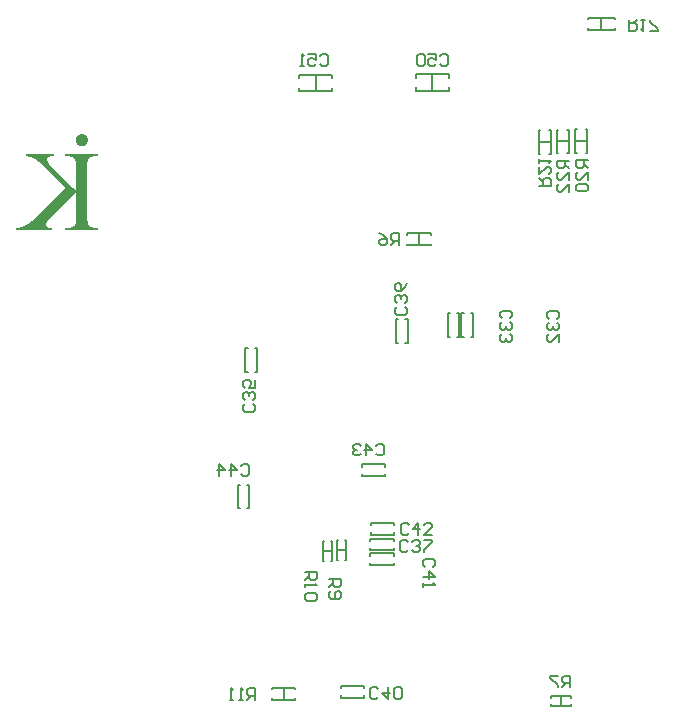
<source format=gbo>
G04*
G04 #@! TF.GenerationSoftware,Altium Limited,Altium Designer,24.10.1 (45)*
G04*
G04 Layer_Color=32896*
%FSLAX25Y25*%
%MOIN*%
G70*
G04*
G04 #@! TF.SameCoordinates,9D620B6C-925D-48BC-BBC5-478D005D5007*
G04*
G04*
G04 #@! TF.FilePolarity,Positive*
G04*
G01*
G75*
%ADD16C,0.00591*%
%ADD18C,0.00602*%
G36*
X119479Y222272D02*
X119978D01*
Y222439D01*
X120061D01*
Y223104D01*
X109252D01*
Y223021D01*
X109169D01*
Y222272D01*
X110582D01*
Y222189D01*
X110915D01*
Y222106D01*
X111248D01*
Y222023D01*
X111414D01*
Y221940D01*
X111580D01*
Y221857D01*
X111747D01*
Y221774D01*
X111913D01*
Y221690D01*
X111996D01*
Y221607D01*
X112079D01*
Y221524D01*
X112162D01*
Y221441D01*
X112245D01*
Y221358D01*
X112329D01*
Y221275D01*
X112412D01*
Y221025D01*
X112495D01*
Y220859D01*
X112578D01*
Y220443D01*
X112661D01*
Y219695D01*
X112744D01*
Y210881D01*
X112578D01*
Y210964D01*
X112495D01*
Y211047D01*
X112412D01*
Y211130D01*
X112329D01*
Y211213D01*
X112245D01*
Y211297D01*
X112162D01*
Y211380D01*
X112079D01*
Y211463D01*
X111996D01*
Y211546D01*
X111913D01*
Y211629D01*
X111830D01*
Y211712D01*
X111663D01*
Y211796D01*
X111580D01*
Y211879D01*
X111497D01*
Y211962D01*
X111414D01*
Y212045D01*
X111331D01*
Y212128D01*
X111248D01*
Y212211D01*
X111164D01*
Y212295D01*
X111081D01*
Y212378D01*
X110998D01*
Y212461D01*
X110915D01*
Y212544D01*
X110749D01*
Y212710D01*
X110582D01*
Y212793D01*
X110499D01*
Y212877D01*
X110416D01*
Y212960D01*
X110333D01*
Y213043D01*
X110250D01*
Y213126D01*
X110167D01*
Y213209D01*
X110083D01*
Y213292D01*
X110000D01*
Y213375D01*
X109917D01*
Y213459D01*
X109834D01*
Y213542D01*
X109751D01*
Y213625D01*
X109668D01*
Y213708D01*
X109585D01*
Y213791D01*
X109501D01*
Y213874D01*
X109335D01*
Y213958D01*
X109252D01*
Y214041D01*
X109169D01*
Y214124D01*
X109086D01*
Y214207D01*
X109002D01*
Y214290D01*
X108919D01*
Y214373D01*
X108836D01*
Y214456D01*
X108753D01*
Y214540D01*
X108670D01*
Y214623D01*
X108587D01*
Y214706D01*
X108504D01*
Y214789D01*
X108421D01*
Y214872D01*
X108337D01*
Y214955D01*
X108254D01*
Y215038D01*
X108171D01*
Y215122D01*
X108088D01*
Y215205D01*
X107922D01*
Y215288D01*
X107838D01*
Y215371D01*
X107755D01*
Y215454D01*
X107672D01*
Y215537D01*
X107589D01*
Y215620D01*
X107506D01*
Y215704D01*
X107423D01*
Y215787D01*
X107340D01*
Y215870D01*
X107256D01*
Y215953D01*
X107173D01*
Y216036D01*
X107090D01*
Y216119D01*
X107007D01*
Y216202D01*
X106924D01*
Y216286D01*
X106841D01*
Y216369D01*
X106757D01*
Y216452D01*
X106674D01*
Y216535D01*
X106591D01*
Y216618D01*
X106508D01*
Y216701D01*
X106425D01*
Y216785D01*
X106342D01*
Y216868D01*
X106259D01*
Y216951D01*
X106175D01*
Y217034D01*
X106092D01*
Y217117D01*
X106009D01*
Y217200D01*
X105926D01*
Y217284D01*
X105843D01*
Y217367D01*
X105760D01*
Y217450D01*
X105676D01*
Y217533D01*
X105593D01*
Y217616D01*
X105510D01*
Y217699D01*
X105427D01*
Y217782D01*
X105344D01*
Y217865D01*
X105261D01*
Y217949D01*
X105178D01*
Y218032D01*
X105095D01*
Y218115D01*
X105011D01*
Y218198D01*
X104928D01*
Y218281D01*
X104845D01*
Y218364D01*
X104762D01*
Y218448D01*
X104679D01*
Y218531D01*
X104596D01*
Y218697D01*
X104512D01*
Y218780D01*
X104429D01*
Y218863D01*
X104346D01*
Y218947D01*
X104263D01*
Y219030D01*
X104180D01*
Y219196D01*
X104097D01*
Y219279D01*
X104014D01*
Y219362D01*
X103930D01*
Y219445D01*
X103847D01*
Y219529D01*
X103764D01*
Y219612D01*
X103681D01*
Y219778D01*
X103598D01*
Y219861D01*
X103515D01*
Y219944D01*
X103431D01*
Y220111D01*
X103348D01*
Y220277D01*
X103265D01*
Y220360D01*
X103182D01*
Y220609D01*
X103099D01*
Y220776D01*
X103016D01*
Y221524D01*
X103099D01*
Y221690D01*
X103182D01*
Y221774D01*
X103265D01*
Y221857D01*
X103348D01*
Y221940D01*
X103431D01*
Y222023D01*
X103598D01*
Y222106D01*
X103764D01*
Y222189D01*
X104097D01*
Y222272D01*
X105261D01*
Y223021D01*
X96031D01*
Y222272D01*
X96696D01*
Y222189D01*
X97112D01*
Y222106D01*
X97445D01*
Y222023D01*
X97694D01*
Y221940D01*
X97944D01*
Y221857D01*
X98110D01*
Y221774D01*
X98276D01*
Y221690D01*
X98443D01*
Y221607D01*
X98609D01*
Y221524D01*
X98775D01*
Y221441D01*
X98858D01*
Y221358D01*
X99025D01*
Y221275D01*
X99191D01*
Y221192D01*
X99274D01*
Y221108D01*
X99440D01*
Y221025D01*
X99607D01*
Y220942D01*
X99690D01*
Y220859D01*
X99773D01*
Y220776D01*
X99939D01*
Y220693D01*
X100022D01*
Y220609D01*
X100106D01*
Y220526D01*
X100189D01*
Y220443D01*
X100355D01*
Y220360D01*
X100438D01*
Y220277D01*
X100521D01*
Y220194D01*
X100604D01*
Y220111D01*
X100771D01*
Y220027D01*
X100854D01*
Y219944D01*
X100937D01*
Y219861D01*
X101020D01*
Y219778D01*
X101103D01*
Y219695D01*
X101187D01*
Y219612D01*
X101270D01*
Y219529D01*
X101353D01*
Y219445D01*
X101519D01*
Y219362D01*
X101602D01*
Y219279D01*
X101685D01*
Y219196D01*
X101769D01*
Y219113D01*
X101852D01*
Y219030D01*
X101935D01*
Y218947D01*
X102018D01*
Y218863D01*
X102101D01*
Y218780D01*
X102184D01*
Y218697D01*
X102267D01*
Y218614D01*
X102350D01*
Y218531D01*
X102434D01*
Y218448D01*
X102517D01*
Y218364D01*
X102600D01*
Y218281D01*
X102683D01*
Y218198D01*
X102766D01*
Y218115D01*
X102849D01*
Y218032D01*
X102933D01*
Y217949D01*
X103016D01*
Y217865D01*
X103099D01*
Y217782D01*
X103182D01*
Y217699D01*
X103265D01*
Y217616D01*
X103348D01*
Y217533D01*
X103431D01*
Y217450D01*
X103515D01*
Y217367D01*
X103598D01*
Y217284D01*
X103681D01*
Y217200D01*
X103764D01*
Y217117D01*
X103847D01*
Y217034D01*
X103930D01*
Y216951D01*
X104014D01*
Y216868D01*
X104097D01*
Y216785D01*
X104180D01*
Y216701D01*
X104263D01*
Y216535D01*
X104429D01*
Y216452D01*
X104512D01*
Y216286D01*
X104596D01*
Y216202D01*
X104679D01*
Y216119D01*
X104762D01*
Y216036D01*
X104845D01*
Y215953D01*
X104928D01*
Y215870D01*
X105011D01*
Y215787D01*
X105095D01*
Y215704D01*
X105178D01*
Y215620D01*
X105261D01*
Y215537D01*
X105344D01*
Y215454D01*
X105427D01*
Y215371D01*
X105510D01*
Y215288D01*
X105593D01*
Y215205D01*
X105676D01*
Y215122D01*
X105760D01*
Y215038D01*
X105843D01*
Y214955D01*
X105926D01*
Y214872D01*
X106009D01*
Y214789D01*
X106092D01*
Y214706D01*
X106175D01*
Y214623D01*
X106259D01*
Y214540D01*
X106342D01*
Y214456D01*
X106425D01*
Y214373D01*
X106508D01*
Y214290D01*
X106591D01*
Y214207D01*
X106674D01*
Y214124D01*
X106757D01*
Y214041D01*
X106841D01*
Y213958D01*
X106924D01*
Y213874D01*
X107007D01*
Y213791D01*
X107090D01*
Y213708D01*
X107173D01*
Y213625D01*
X107256D01*
Y213542D01*
X107340D01*
Y213459D01*
X107423D01*
Y213375D01*
X107506D01*
Y213292D01*
X107589D01*
Y213209D01*
X107672D01*
Y213126D01*
X107755D01*
Y213043D01*
X107838D01*
Y212960D01*
X107922D01*
Y212877D01*
X108005D01*
Y212793D01*
X108088D01*
Y212710D01*
X108171D01*
Y212627D01*
X108254D01*
Y212544D01*
X108337D01*
Y212461D01*
X108421D01*
Y212378D01*
X108504D01*
Y212295D01*
X108587D01*
Y212211D01*
X108670D01*
Y212128D01*
X108836D01*
Y212045D01*
X108919D01*
Y211962D01*
X109002D01*
Y211879D01*
X109086D01*
Y211796D01*
X109169D01*
Y211712D01*
X109086D01*
Y211629D01*
X109002D01*
Y211546D01*
X108919D01*
Y211463D01*
X108836D01*
Y211380D01*
X108753D01*
Y211297D01*
X108670D01*
Y211213D01*
X108587D01*
Y211130D01*
X108504D01*
Y211047D01*
X108421D01*
Y210964D01*
X108337D01*
Y210881D01*
X108254D01*
Y210798D01*
X108171D01*
Y210715D01*
X108088D01*
Y210631D01*
X108005D01*
Y210548D01*
X107922D01*
Y210465D01*
X107838D01*
Y210382D01*
X107755D01*
Y210299D01*
X107672D01*
Y210216D01*
X107589D01*
Y210133D01*
X107506D01*
Y210049D01*
X107423D01*
Y209966D01*
X107340D01*
Y209883D01*
X107256D01*
Y209800D01*
X107173D01*
Y209717D01*
X107090D01*
Y209634D01*
X107007D01*
Y209551D01*
X106924D01*
Y209467D01*
X106841D01*
Y209384D01*
X106757D01*
Y209301D01*
X106674D01*
Y209218D01*
X106591D01*
Y209135D01*
X106508D01*
Y209052D01*
X106425D01*
Y208968D01*
X106342D01*
Y208885D01*
X106259D01*
Y208802D01*
X106175D01*
Y208719D01*
X106092D01*
Y208636D01*
X106009D01*
Y208553D01*
X105926D01*
Y208470D01*
X105843D01*
Y208386D01*
X105760D01*
Y208303D01*
X105676D01*
Y208220D01*
X105593D01*
Y208137D01*
X105510D01*
Y208054D01*
X105427D01*
Y207971D01*
X105344D01*
Y207888D01*
X105261D01*
Y207804D01*
X105178D01*
Y207721D01*
X105095D01*
Y207638D01*
X105011D01*
Y207555D01*
X104928D01*
Y207472D01*
X104845D01*
Y207389D01*
X104762D01*
Y207306D01*
X104679D01*
Y207222D01*
X104596D01*
Y207139D01*
X104512D01*
Y207056D01*
X104429D01*
Y206973D01*
X104346D01*
Y206890D01*
X104263D01*
Y206807D01*
X104180D01*
Y206723D01*
X104097D01*
Y206640D01*
X104014D01*
Y206557D01*
X103930D01*
Y206474D01*
X103847D01*
Y206391D01*
X103764D01*
Y206308D01*
X103681D01*
Y206225D01*
X103598D01*
Y206141D01*
X103515D01*
Y206058D01*
X103431D01*
Y205975D01*
X103348D01*
Y205892D01*
X103265D01*
Y205809D01*
X103182D01*
Y205726D01*
X103099D01*
Y205643D01*
X103016D01*
Y205559D01*
X102933D01*
Y205476D01*
X102849D01*
Y205393D01*
X102766D01*
Y205310D01*
X102683D01*
Y205227D01*
X102600D01*
Y205144D01*
X102517D01*
Y205061D01*
X102434D01*
Y204977D01*
X102350D01*
Y204894D01*
X102267D01*
Y204811D01*
X102184D01*
Y204728D01*
X102101D01*
Y204645D01*
X102018D01*
Y204562D01*
X101935D01*
Y204478D01*
X101852D01*
Y204395D01*
X101769D01*
Y204312D01*
X101685D01*
Y204229D01*
X101602D01*
Y204146D01*
X101519D01*
Y204063D01*
X101436D01*
Y203979D01*
X101353D01*
Y203896D01*
X101270D01*
Y203813D01*
X101187D01*
Y203730D01*
X101020D01*
Y203564D01*
X100854D01*
Y203397D01*
X100688D01*
Y203231D01*
X100604D01*
Y203148D01*
X100438D01*
Y203065D01*
X100355D01*
Y202982D01*
X100272D01*
Y202899D01*
X100189D01*
Y202815D01*
X100106D01*
Y202732D01*
X100022D01*
Y202649D01*
X99939D01*
Y202566D01*
X99856D01*
Y202400D01*
X99690D01*
Y202316D01*
X99607D01*
Y202233D01*
X99524D01*
Y202150D01*
X99440D01*
Y202067D01*
X99357D01*
Y201984D01*
X99274D01*
Y201901D01*
X99191D01*
Y201818D01*
X99108D01*
Y201734D01*
X99025D01*
Y201651D01*
X98941D01*
Y201568D01*
X98858D01*
Y201485D01*
X98775D01*
Y201402D01*
X98692D01*
Y201319D01*
X98526D01*
Y201236D01*
X98443D01*
Y201152D01*
X98359D01*
Y201069D01*
X98276D01*
Y200986D01*
X98193D01*
Y200903D01*
X98110D01*
Y200820D01*
X98027D01*
Y200737D01*
X97860D01*
Y200654D01*
X97777D01*
Y200570D01*
X97694D01*
Y200487D01*
X97611D01*
Y200404D01*
X97445D01*
Y200321D01*
X97362D01*
Y200238D01*
X97278D01*
Y200155D01*
X97195D01*
Y200072D01*
X97029D01*
Y199988D01*
X96946D01*
Y199905D01*
X96780D01*
Y199822D01*
X96613D01*
Y199739D01*
X96530D01*
Y199656D01*
X96364D01*
Y199573D01*
X96197D01*
Y199489D01*
X96114D01*
Y199406D01*
X95948D01*
Y199323D01*
X95782D01*
Y199240D01*
X95615D01*
Y199157D01*
X95366D01*
Y199074D01*
X95200D01*
Y198991D01*
X95033D01*
Y198907D01*
X94784D01*
Y198824D01*
X94534D01*
Y198741D01*
X94202D01*
Y198658D01*
X93952D01*
Y198575D01*
X93537D01*
Y198492D01*
X92955D01*
Y198408D01*
X92705D01*
Y197660D01*
X104679D01*
Y198408D01*
X104097D01*
Y198492D01*
X103681D01*
Y198575D01*
X103431D01*
Y198658D01*
X103265D01*
Y198741D01*
X103182D01*
Y198824D01*
X103099D01*
Y198907D01*
X103016D01*
Y198991D01*
X102933D01*
Y199074D01*
X102849D01*
Y199157D01*
X102766D01*
Y199323D01*
X102683D01*
Y199988D01*
X102766D01*
Y200238D01*
X102849D01*
Y200404D01*
X102933D01*
Y200570D01*
X103016D01*
Y200654D01*
X103099D01*
Y200737D01*
X103182D01*
Y200820D01*
X103265D01*
Y200903D01*
X103348D01*
Y201069D01*
X103431D01*
Y201152D01*
X103515D01*
Y201236D01*
X103598D01*
Y201319D01*
X103681D01*
Y201402D01*
X103764D01*
Y201485D01*
X103847D01*
Y201568D01*
X103930D01*
Y201651D01*
X104014D01*
Y201734D01*
X104097D01*
Y201818D01*
X104180D01*
Y201901D01*
X104263D01*
Y201984D01*
X104346D01*
Y202067D01*
X104429D01*
Y202150D01*
X104512D01*
Y202233D01*
X104596D01*
Y202316D01*
X104679D01*
Y202400D01*
X104762D01*
Y202483D01*
X104845D01*
Y202566D01*
X104928D01*
Y202649D01*
X105011D01*
Y202732D01*
X105095D01*
Y202815D01*
X105178D01*
Y202899D01*
X105261D01*
Y202982D01*
X105344D01*
Y203065D01*
X105427D01*
Y203148D01*
X105510D01*
Y203231D01*
X105593D01*
Y203314D01*
X105676D01*
Y203397D01*
X105760D01*
Y203481D01*
X105843D01*
Y203564D01*
X105926D01*
Y203647D01*
X106009D01*
Y203730D01*
X106092D01*
Y203813D01*
X106175D01*
Y203896D01*
X106259D01*
Y203979D01*
X106342D01*
Y204063D01*
X106508D01*
Y204229D01*
X106591D01*
Y204312D01*
X106674D01*
Y204395D01*
X106757D01*
Y204478D01*
X106924D01*
Y204562D01*
X107007D01*
Y204645D01*
X107090D01*
Y204728D01*
X107173D01*
Y204811D01*
X107256D01*
Y204894D01*
X107340D01*
Y204977D01*
X107423D01*
Y205061D01*
X107506D01*
Y205144D01*
X107589D01*
Y205227D01*
X107672D01*
Y205310D01*
X107755D01*
Y205393D01*
X107838D01*
Y205476D01*
X107922D01*
Y205559D01*
X108005D01*
Y205643D01*
X108088D01*
Y205726D01*
X108171D01*
Y205809D01*
X108254D01*
Y205892D01*
X108337D01*
Y205975D01*
X108421D01*
Y206058D01*
X108504D01*
Y206141D01*
X108587D01*
Y206225D01*
X108670D01*
Y206308D01*
X108753D01*
Y206391D01*
X108836D01*
Y206474D01*
X108919D01*
Y206557D01*
X109002D01*
Y206640D01*
X109086D01*
Y206723D01*
X109169D01*
Y206807D01*
X109252D01*
Y206890D01*
X109335D01*
Y206973D01*
X109418D01*
Y207056D01*
X109501D01*
Y207139D01*
X109585D01*
Y207222D01*
X109668D01*
Y207306D01*
X109751D01*
Y207389D01*
X109834D01*
Y207472D01*
X109917D01*
Y207555D01*
X110000D01*
Y207638D01*
X110083D01*
Y207721D01*
X110167D01*
Y207804D01*
X110250D01*
Y207888D01*
X110333D01*
Y207971D01*
X110416D01*
Y208054D01*
X110499D01*
Y208137D01*
X110582D01*
Y208220D01*
X110666D01*
Y208303D01*
X110749D01*
Y208386D01*
X110832D01*
Y208470D01*
X110915D01*
Y208553D01*
X110998D01*
Y208636D01*
X111081D01*
Y208719D01*
X111164D01*
Y208802D01*
X111248D01*
Y208885D01*
X111331D01*
Y208968D01*
X111414D01*
Y209052D01*
X111497D01*
Y209135D01*
X111580D01*
Y209218D01*
X111663D01*
Y209301D01*
X111747D01*
Y209384D01*
X111830D01*
Y209467D01*
X111913D01*
Y209551D01*
X111996D01*
Y209634D01*
X112079D01*
Y209717D01*
X112162D01*
Y209800D01*
X112245D01*
Y209883D01*
X112329D01*
Y209966D01*
X112412D01*
Y210049D01*
X112495D01*
Y210133D01*
X112578D01*
Y210216D01*
X112744D01*
Y200986D01*
X112661D01*
Y200155D01*
X112578D01*
Y199822D01*
X112495D01*
Y199573D01*
X112412D01*
Y199406D01*
X112329D01*
Y199323D01*
X112245D01*
Y199240D01*
X112162D01*
Y199157D01*
X111996D01*
Y199074D01*
X111913D01*
Y198991D01*
X111747D01*
Y198907D01*
X111580D01*
Y198824D01*
X111414D01*
Y198741D01*
X111164D01*
Y198658D01*
X110915D01*
Y198575D01*
X110250D01*
Y198492D01*
X109169D01*
Y197660D01*
X119978D01*
Y197826D01*
X120061D01*
Y198492D01*
X119064D01*
Y198575D01*
X118315D01*
Y198658D01*
X118066D01*
Y198741D01*
X117816D01*
Y198824D01*
X117650D01*
Y198907D01*
X117401D01*
Y198991D01*
X117317D01*
Y199074D01*
X117234D01*
Y199157D01*
X117151D01*
Y199240D01*
X117068D01*
Y199323D01*
X116985D01*
Y199406D01*
X116902D01*
Y199489D01*
X116819D01*
Y199656D01*
X116735D01*
Y199905D01*
X116652D01*
Y200321D01*
X116569D01*
Y200820D01*
X116486D01*
Y220277D01*
X116569D01*
Y220859D01*
X116652D01*
Y221192D01*
X116735D01*
Y221358D01*
X116819D01*
Y221441D01*
X116902D01*
Y221524D01*
X116985D01*
Y221607D01*
X117068D01*
Y221690D01*
X117151D01*
Y221774D01*
X117317D01*
Y221857D01*
X117484D01*
Y221940D01*
X117650D01*
Y222023D01*
X117816D01*
Y222106D01*
X118149D01*
Y222189D01*
X118398D01*
Y222272D01*
X119396D01*
X119479D01*
D02*
G37*
G36*
X116486Y228426D02*
Y228675D01*
X116403D01*
Y228758D01*
X116320D01*
Y228924D01*
X116236D01*
Y229008D01*
X116153D01*
Y229091D01*
X116070D01*
Y229174D01*
X115987D01*
Y229257D01*
X115904D01*
Y229340D01*
X115738D01*
Y229423D01*
X115655D01*
Y229506D01*
X115405D01*
Y229590D01*
X115239D01*
Y229673D01*
X114075D01*
Y229590D01*
X113908D01*
Y229506D01*
X113659D01*
Y229423D01*
X113576D01*
Y229340D01*
X113493D01*
Y229257D01*
X113326D01*
Y229174D01*
X113243D01*
Y229091D01*
X113160D01*
Y229008D01*
X113077D01*
Y228841D01*
X112994D01*
Y228758D01*
X112910D01*
Y228675D01*
X112827D01*
Y228426D01*
X112744D01*
Y228259D01*
X112661D01*
Y227760D01*
X112578D01*
Y227511D01*
X112661D01*
Y227012D01*
X112744D01*
Y226846D01*
X112827D01*
Y226596D01*
X112910D01*
Y226513D01*
X112994D01*
Y226430D01*
X113077D01*
Y226264D01*
X113160D01*
Y226181D01*
X113243D01*
Y226097D01*
X113409D01*
Y226014D01*
X113493D01*
Y225931D01*
X113576D01*
Y225848D01*
X113742D01*
Y225765D01*
X113908D01*
Y225682D01*
X114324D01*
Y225598D01*
X114989D01*
Y225682D01*
X115322D01*
Y225765D01*
X115488D01*
Y225848D01*
X115655D01*
Y225931D01*
X115738D01*
Y226014D01*
X115904D01*
Y226097D01*
X115987D01*
Y226181D01*
X116070D01*
Y226264D01*
X116153D01*
Y226347D01*
X116236D01*
Y226513D01*
X116320D01*
Y226596D01*
X116403D01*
Y226679D01*
X116486D01*
Y226929D01*
X116569D01*
Y227095D01*
X116652D01*
Y227594D01*
X116735D01*
Y227677D01*
X116652D01*
Y228259D01*
X116569D01*
Y228426D01*
X116486D01*
D02*
G37*
D16*
X239665Y169980D02*
X240453D01*
Y162106D02*
Y169980D01*
X239665Y162106D02*
X240453D01*
X236516D02*
X237303D01*
X236516D02*
Y169980D01*
X237303D01*
X244291D02*
X245079D01*
Y162106D02*
Y169980D01*
X244291Y162106D02*
X245079D01*
X241142D02*
X241929D01*
X241142D02*
Y169980D01*
X241929D01*
X231004Y192685D02*
Y193185D01*
X223130Y192685D02*
X231004D01*
X223130D02*
Y193185D01*
Y196185D02*
Y196685D01*
X231004D01*
Y196185D02*
Y196685D01*
X227067Y192685D02*
Y196685D01*
X200886Y41831D02*
Y42618D01*
Y41831D02*
X208760D01*
Y42618D01*
Y44980D02*
Y45768D01*
X200886D02*
X208760D01*
X200886Y44980D02*
Y45768D01*
X287795Y264535D02*
Y268535D01*
X283295Y264535D02*
Y265035D01*
Y264535D02*
X292295D01*
Y265035D01*
Y268035D02*
Y268535D01*
X283295D02*
X292295D01*
X283295Y268035D02*
Y268535D01*
X279102Y227362D02*
X283102D01*
X279102Y231299D02*
X279602D01*
X279102Y223425D02*
Y231299D01*
Y223425D02*
X279602D01*
X282602D02*
X283102D01*
Y231299D01*
X282602D02*
X283102D01*
X272902Y227264D02*
X276902D01*
X272902Y231201D02*
X273402D01*
X272902Y223327D02*
Y231201D01*
Y223327D02*
X273402D01*
X276402D02*
X276902D01*
Y231201D01*
X276402D02*
X276902D01*
X266996Y227165D02*
X270996D01*
X266996Y231102D02*
X267496D01*
X266996Y223228D02*
Y231102D01*
Y223228D02*
X267496D01*
X270496D02*
X270996D01*
Y231102D01*
X270496D02*
X270996D01*
X231398Y244094D02*
Y249606D01*
X236909Y248425D02*
Y249606D01*
X225886D02*
X236909D01*
X225886Y248425D02*
Y249606D01*
Y244094D02*
Y245276D01*
Y244094D02*
X236909D01*
Y245276D01*
X192618Y243996D02*
Y249508D01*
X198130Y248327D02*
Y249508D01*
X187106D02*
X198130D01*
X187106Y248327D02*
Y249508D01*
Y243996D02*
Y245177D01*
Y243996D02*
X198130D01*
Y245177D01*
X222441Y160098D02*
X223228D01*
Y167972D01*
X222441D02*
X223228D01*
X219291D02*
X220079D01*
X219291Y160098D02*
Y167972D01*
Y160098D02*
X220079D01*
X169095Y158268D02*
X169882D01*
X169095Y150394D02*
Y158268D01*
Y150394D02*
X169882D01*
X172244D02*
X173031D01*
Y158268D01*
X172244D02*
X173031D01*
X210925Y96161D02*
Y96949D01*
Y96161D02*
X218799D01*
Y96949D01*
Y99311D02*
Y100098D01*
X210925D02*
X218799D01*
X210925Y99311D02*
Y100098D01*
X210728Y90945D02*
Y91732D01*
Y90945D02*
X218602D01*
Y91732D01*
Y94095D02*
Y94882D01*
X210728D02*
X218602D01*
X210728Y94095D02*
Y94882D01*
Y86024D02*
Y86811D01*
Y86024D02*
X218602D01*
Y86811D01*
Y89173D02*
Y89961D01*
X210728D02*
X218602D01*
X210728Y89173D02*
Y89961D01*
X199606Y91142D02*
X202756D01*
X202287Y94488D02*
X202787D01*
Y87795D02*
Y94488D01*
X202287Y87795D02*
X202787D01*
X199575D02*
X200075D01*
X199575D02*
Y94488D01*
X200075D01*
X194980Y90847D02*
X198130D01*
X197661Y94193D02*
X198161D01*
Y87500D02*
Y94193D01*
X197661Y87500D02*
X198161D01*
X194949D02*
X195449D01*
X194949D02*
Y94193D01*
X195449D01*
X181890Y41209D02*
Y45209D01*
X177953Y41209D02*
Y41709D01*
Y41209D02*
X185827D01*
Y41709D01*
Y44709D02*
Y45209D01*
X177953D02*
X185827D01*
X177953Y44709D02*
Y45209D01*
X274213Y39173D02*
Y42323D01*
X270866Y41854D02*
Y42354D01*
X277559D01*
Y41854D02*
Y42354D01*
Y39142D02*
Y39642D01*
X270866Y39142D02*
X277559D01*
X270866D02*
Y39642D01*
X215748Y118898D02*
Y119685D01*
X207874D02*
X215748D01*
X207874Y118898D02*
Y119685D01*
Y115748D02*
Y116535D01*
Y115748D02*
X215748D01*
Y116535D01*
X169685Y105020D02*
X170472D01*
Y112894D01*
X169685D02*
X170472D01*
X166535D02*
X167323D01*
X166535Y105020D02*
Y112894D01*
Y105020D02*
X167323D01*
D18*
X277066Y220897D02*
X273130D01*
Y218929D01*
X273786Y218273D01*
X275098D01*
X275754Y218929D01*
Y220897D01*
Y219585D02*
X277066Y218273D01*
Y214338D02*
Y216962D01*
X274443Y214338D01*
X273786D01*
X273130Y214994D01*
Y216305D01*
X273786Y216962D01*
X277066Y210402D02*
Y213026D01*
X274443Y210402D01*
X273786D01*
X273130Y211058D01*
Y212370D01*
X273786Y213026D01*
X267028Y212337D02*
X270964D01*
Y214305D01*
X270308Y214961D01*
X268996D01*
X268340Y214305D01*
Y212337D01*
Y213649D02*
X267028Y214961D01*
Y218897D02*
Y216273D01*
X269652Y218897D01*
X270308D01*
X270964Y218241D01*
Y216929D01*
X270308Y216273D01*
X267028Y220209D02*
Y221521D01*
Y220865D01*
X270964D01*
X270308Y220209D01*
X283267Y221094D02*
X279331D01*
Y219126D01*
X279987Y218470D01*
X281299D01*
X281955Y219126D01*
Y221094D01*
Y219782D02*
X283267Y218470D01*
Y214534D02*
Y217158D01*
X280643Y214534D01*
X279987D01*
X279331Y215191D01*
Y216502D01*
X279987Y217158D01*
Y213223D02*
X279331Y212567D01*
Y211255D01*
X279987Y210599D01*
X282611D01*
X283267Y211255D01*
Y212567D01*
X282611Y213223D01*
X279987D01*
X296950Y267913D02*
Y263977D01*
X298918D01*
X299574Y264633D01*
Y265945D01*
X298918Y266601D01*
X296950D01*
X298262D02*
X299574Y267913D01*
X300886D02*
X302198D01*
X301542D01*
Y263977D01*
X300886Y264633D01*
X304166Y263977D02*
X306790D01*
Y264633D01*
X304166Y267257D01*
Y267913D01*
X172374Y41241D02*
Y45177D01*
X170406D01*
X169750Y44521D01*
Y43209D01*
X170406Y42553D01*
X172374D01*
X171062D02*
X169750Y41241D01*
X168438D02*
X167126D01*
X167782D01*
Y45177D01*
X168438Y44521D01*
X165158Y41241D02*
X163847D01*
X164503D01*
Y45177D01*
X165158Y44521D01*
X189075Y83857D02*
X193011D01*
Y81889D01*
X192355Y81233D01*
X191043D01*
X190387Y81889D01*
Y83857D01*
Y82545D02*
X189075Y81233D01*
Y79921D02*
Y78609D01*
Y79265D01*
X193011D01*
X192355Y79921D01*
Y76641D02*
X193011Y75985D01*
Y74673D01*
X192355Y74017D01*
X189731D01*
X189075Y74673D01*
Y75985D01*
X189731Y76641D01*
X192355D01*
X197048Y81331D02*
X200984D01*
Y79363D01*
X200328Y78707D01*
X199016D01*
X198360Y79363D01*
Y81331D01*
Y80019D02*
X197048Y78707D01*
X197704Y77395D02*
X197048Y76739D01*
Y75427D01*
X197704Y74771D01*
X200328D01*
X200984Y75427D01*
Y76739D01*
X200328Y77395D01*
X199672D01*
X199016Y76739D01*
Y74771D01*
X277300Y45300D02*
Y49236D01*
X275332D01*
X274676Y48580D01*
Y47268D01*
X275332Y46612D01*
X277300D01*
X275988D02*
X274676Y45300D01*
X273364Y49236D02*
X270740D01*
Y48580D01*
X273364Y45956D01*
Y45300D01*
X220209Y192816D02*
Y196751D01*
X218241D01*
X217585Y196095D01*
Y194783D01*
X218241Y194128D01*
X220209D01*
X218897D02*
X217585Y192816D01*
X213649Y196751D02*
X214961Y196095D01*
X216273Y194783D01*
Y193472D01*
X215617Y192816D01*
X214305D01*
X213649Y193472D01*
Y194128D01*
X214305Y194783D01*
X216273D01*
X194009Y255668D02*
X194665Y256324D01*
X195977D01*
X196633Y255668D01*
Y253044D01*
X195977Y252388D01*
X194665D01*
X194009Y253044D01*
X190074Y256324D02*
X192697D01*
Y254356D01*
X191385Y255012D01*
X190729D01*
X190074Y254356D01*
Y253044D01*
X190729Y252388D01*
X192041D01*
X192697Y253044D01*
X188762Y252388D02*
X187450D01*
X188106D01*
Y256324D01*
X188762Y255668D01*
X234109Y255768D02*
X234765Y256424D01*
X236077D01*
X236733Y255768D01*
Y253144D01*
X236077Y252488D01*
X234765D01*
X234109Y253144D01*
X230173Y256424D02*
X232797D01*
Y254456D01*
X231485Y255112D01*
X230829D01*
X230173Y254456D01*
Y253144D01*
X230829Y252488D01*
X232141D01*
X232797Y253144D01*
X228862Y255768D02*
X228206Y256424D01*
X226894D01*
X226238Y255768D01*
Y253144D01*
X226894Y252488D01*
X228206D01*
X228862Y253144D01*
Y255768D01*
X167576Y119080D02*
X168232Y119736D01*
X169544D01*
X170200Y119080D01*
Y116456D01*
X169544Y115800D01*
X168232D01*
X167576Y116456D01*
X164296Y115800D02*
Y119736D01*
X166264Y117768D01*
X163640D01*
X160361Y115800D02*
Y119736D01*
X162329Y117768D01*
X159705D01*
X212776Y125880D02*
X213432Y126536D01*
X214744D01*
X215400Y125880D01*
Y123256D01*
X214744Y122600D01*
X213432D01*
X212776Y123256D01*
X209496Y122600D02*
Y126536D01*
X211464Y124568D01*
X208840D01*
X207528Y125880D02*
X206873Y126536D01*
X205561D01*
X204905Y125880D01*
Y125224D01*
X205561Y124568D01*
X206217D01*
X205561D01*
X204905Y123912D01*
Y123256D01*
X205561Y122600D01*
X206873D01*
X207528Y123256D01*
X223557Y99442D02*
X222901Y100098D01*
X221589D01*
X220933Y99442D01*
Y96818D01*
X221589Y96162D01*
X222901D01*
X223557Y96818D01*
X226837Y96162D02*
Y100098D01*
X224869Y98130D01*
X227493D01*
X231429Y96162D02*
X228805D01*
X231429Y98786D01*
Y99442D01*
X230773Y100098D01*
X229461D01*
X228805Y99442D01*
X231528Y85432D02*
X232184Y86088D01*
Y87400D01*
X231528Y88056D01*
X228905D01*
X228249Y87400D01*
Y86088D01*
X228905Y85432D01*
X228249Y82153D02*
X232184D01*
X230217Y84121D01*
Y81497D01*
X228249Y80185D02*
Y78873D01*
Y79529D01*
X232184D01*
X231528Y80185D01*
X213420Y42094D02*
X212764Y41438D01*
X211452D01*
X210796Y42094D01*
Y44717D01*
X211452Y45373D01*
X212764D01*
X213420Y44717D01*
X216699Y45373D02*
Y41438D01*
X214731Y43406D01*
X217355D01*
X218667Y42094D02*
X219323Y41438D01*
X220635D01*
X221291Y42094D01*
Y44717D01*
X220635Y45373D01*
X219323D01*
X218667Y44717D01*
Y42094D01*
X223459Y93635D02*
X222803Y94291D01*
X221491D01*
X220835Y93635D01*
Y91011D01*
X221491Y90355D01*
X222803D01*
X223459Y91011D01*
X224771Y93635D02*
X225427Y94291D01*
X226739D01*
X227395Y93635D01*
Y92979D01*
X226739Y92323D01*
X226083D01*
X226739D01*
X227395Y91667D01*
Y91011D01*
X226739Y90355D01*
X225427D01*
X224771Y91011D01*
X228707Y94291D02*
X231330D01*
Y93635D01*
X228707Y91011D01*
Y90355D01*
X222276Y172199D02*
X222932Y171543D01*
Y170231D01*
X222276Y169575D01*
X219653D01*
X218997Y170231D01*
Y171543D01*
X219653Y172199D01*
X222276Y173511D02*
X222932Y174167D01*
Y175479D01*
X222276Y176135D01*
X221620D01*
X220965Y175479D01*
Y174823D01*
Y175479D01*
X220309Y176135D01*
X219653D01*
X218997Y175479D01*
Y174167D01*
X219653Y173511D01*
X222932Y180070D02*
X222276Y178759D01*
X220965Y177447D01*
X219653D01*
X218997Y178103D01*
Y179414D01*
X219653Y180070D01*
X220309D01*
X220965Y179414D01*
Y177447D01*
X171784Y139837D02*
X172440Y139181D01*
Y137869D01*
X171784Y137213D01*
X169160D01*
X168505Y137869D01*
Y139181D01*
X169160Y139837D01*
X171784Y141149D02*
X172440Y141805D01*
Y143117D01*
X171784Y143772D01*
X171128D01*
X170473Y143117D01*
Y142461D01*
Y143117D01*
X169817Y143772D01*
X169160D01*
X168505Y143117D01*
Y141805D01*
X169160Y141149D01*
X172440Y147708D02*
Y145084D01*
X170473D01*
X171128Y146396D01*
Y147052D01*
X170473Y147708D01*
X169160D01*
X168505Y147052D01*
Y145740D01*
X169160Y145084D01*
X254692Y168273D02*
X254036Y168929D01*
Y170241D01*
X254692Y170897D01*
X257316D01*
X257972Y170241D01*
Y168929D01*
X257316Y168273D01*
X254692Y166962D02*
X254036Y166306D01*
Y164994D01*
X254692Y164338D01*
X255348D01*
X256004Y164994D01*
Y165650D01*
Y164994D01*
X256660Y164338D01*
X257316D01*
X257972Y164994D01*
Y166306D01*
X257316Y166962D01*
X254692Y163026D02*
X254036Y162370D01*
Y161058D01*
X254692Y160402D01*
X255348D01*
X256004Y161058D01*
Y161714D01*
Y161058D01*
X256660Y160402D01*
X257316D01*
X257972Y161058D01*
Y162370D01*
X257316Y163026D01*
X270243Y168234D02*
X269587Y168890D01*
Y170202D01*
X270243Y170858D01*
X272867D01*
X273523Y170202D01*
Y168890D01*
X272867Y168234D01*
X270243Y166922D02*
X269587Y166266D01*
Y164954D01*
X270243Y164298D01*
X270899D01*
X271555Y164954D01*
Y165610D01*
Y164954D01*
X272211Y164298D01*
X272867D01*
X273523Y164954D01*
Y166266D01*
X272867Y166922D01*
X273523Y160363D02*
Y162986D01*
X270899Y160363D01*
X270243D01*
X269587Y161019D01*
Y162330D01*
X270243Y162986D01*
M02*

</source>
